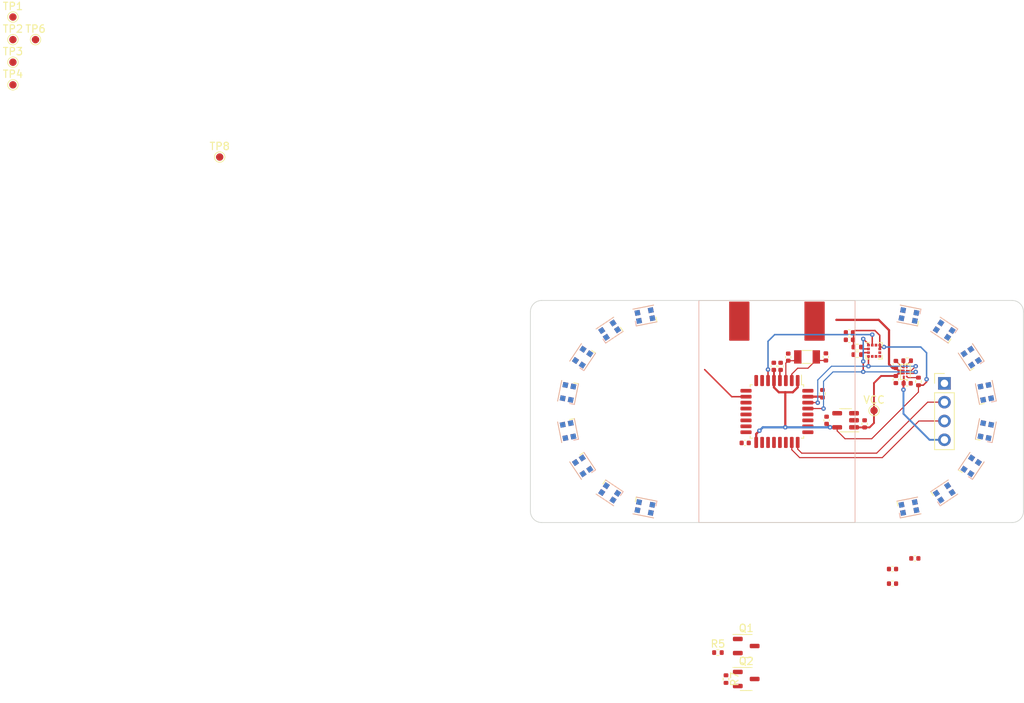
<source format=kicad_pcb>
(kicad_pcb (version 20221018) (generator pcbnew)
  (layers (0 "F.Cu" signal) (31 "B.Cu" signal) (34 "B.Paste" user) (35 "F.Paste" user) (36 "B.SilkS" user "B.Silkscreen") (37 "F.SilkS" user "F.Silkscreen") (38 "B.Mask" user) (39 "F.Mask" user) (44 "Edge.Cuts" user))
  (net 0 "")
  (net 1 "VCC")
  (net 2 "VBUS")
  (net 3 "SWDIO")
  (net 4 "SWCLK")
  (net 5 "GND")
  (net 6 "+3V0")
  (net 7 "IMU_INT2")
  (net 8 "IMU_INT1")
  (net 9 "SCL")
  (net 10 "SDA")
  (net 11 "Net-(U1-~{CS})")
  (net 12 "~{BMS_INT}")
  (net 13 "TS|MR")
  (net 14 "Net-(U1-SA0{slash}SDO)")
  (net 16 "LEDP0werCtrl")
  (net 17 "Net-(U4-PH3)")
  (net 18 "BH1730PowerCtrl")
  (net 19 "Net-(D1-VCC)")
  (net 23 "Net-(Q1-D)")
  (net 25 "Net-(U4-PC14)")
  (net 26 "Net-(U4-PC15)")
  (net 30 "Net-(U4-NRST)")
  (net 31 "LED IN")
  (net 34 "LEDPowerCtrl")
  (net 35 "TX")
  (net 40 "RX")
  (net 41 "+BATT")
  (footprint "Resistor_SMD:R_0402_1005Metric" (layer "F.Cu") (at 203.248999 84.331)
    (fp_text reference "R3" hide)
    (fp_text value "10k")
  )
  (footprint "Package_LGA:LGA-12_2x2mm_P0.5mm" (layer "F.Cu") (at 198.79 82.99)
    (fp_text reference "U1" hide)
    (fp_text value "LIS2DW12")
  )
  (footprint "Components:Texas_DSBGA-8-1.04x1.59mm" (layer "F.Cu") (at 202.995 85.855 180)
    (fp_text reference "U3" hide)
    (fp_text value "BQ21080" hide)
  )
  (footprint "Resistor_SMD:R_0402_1005Metric" (layer "F.Cu") (at 177.71 123.72)
    (fp_text reference "R5")
    (fp_text value "100k")
  )
  (footprint "LED_SMD:LED_WS2812B-2020_PLCC4_2.0x2.0mm" (layer "F.Cu") (at 208.25176 102.168051 33.75)
    (fp_text reference "REF**7" hide)
    (fp_text value "LED_WS2812B-2020_PLCC4_2.0x2.0mm" hide)
  )
  (footprint "Capacitor_SMD:C_0402_1005Metric" (layer "F.Cu") (at 186.17 85.09 -90)
    (fp_text reference "C10" hide)
    (fp_text value "100n")
  )
  (footprint "Capacitor_SMD:C_0402_1005Metric" (layer "F.Cu") (at 201.725 86.871 -90)
    (fp_text reference "C7" hide)
    (fp_text value "10u")
  )
  (footprint "Connector_PinHeader_2.54mm:PinHeader_1x04_P2.54mm_Vertical" (layer "F.Cu") (at 208.28 87.386)
    (fp_text reference "J1" hide)
    (fp_text value "Conn_01x04_Pin" hide)
  )
  (footprint "LED_SMD:LED_WS2812B-2020_PLCC4_2.0x2.0mm" (layer "F.Cu") (at 208.25176 80.203949 146.25)
    (fp_text reference "REF**12" hide)
    (fp_text value "LED_WS2812B-2020_PLCC4_2.0x2.0mm" hide)
  )
  (footprint "TestPoint:TestPoint_Pad_D1.0mm" (layer "F.Cu") (at 82.5604 37.9472)
    (fp_text reference "TP1")
    (fp_text value "SDA")
  )
  (footprint "Capacitor_SMD:C_0402_1005Metric" (layer "F.Cu") (at 204.2832 111.0126)
    (fp_text reference "C13" hide)
    (fp_text value "100n")
  )
  (footprint "Capacitor_SMD:C_0402_1005Metric" (layer "F.Cu") (at 197.5054 92.8526 90)
    (fp_text reference "C2" hide)
    (fp_text value "1u")
  )
  (footprint "LED_SMD:LED_WS2812B-2020_PLCC4_2.0x2.0mm" (layer "F.Cu") (at 211.895839 98.523972 56.25)
    (fp_text reference "REF**8" hide)
    (fp_text value "LED_WS2812B-2020_PLCC4_2.0x2.0mm" hide)
  )
  (footprint "LED_SMD:LED_WS2812B-2020_PLCC4_2.0x2.0mm" (layer "F.Cu") (at 203.490542 104.140211 11.25)
    (fp_text reference "REF**6" hide)
    (fp_text value "LED_WS2812B-2020_PLCC4_2.0x2.0mm" hide)
  )
  (footprint "Resistor_SMD:R_0402_1005Metric" (layer "F.Cu") (at 178.8 127.3 -90)
    (fp_text reference "R7")
    (fp_text value "100k")
  )
  (footprint "Resistor_SMD:R_0402_1005Metric" (layer "F.Cu") (at 204.773 87.125 -90)
    (fp_text reference "R4" hide)
    (fp_text value "10k")
  )
  (footprint "Capacitor_SMD:C_0402_1005Metric" (layer "F.Cu") (at 195.45 81.51 180)
    (fp_text reference "C4" hide)
    (fp_text value "100n")
  )
  (footprint "Capacitor_SMD:C_0402_1005Metric" (layer "F.Cu") (at 201.2722 112.4458)
    (fp_text reference "C14" hide)
    (fp_text value "100n")
  )
  (footprint "Package_TO_SOT_SMD:SOT-23-5" (layer "F.Cu") (at 194.94 92.37 180)
    (fp_text reference "U2" hide)
    (fp_text value "AP2205-3.0")
  )
  (footprint "LED_SMD:LED_WS2812B-2020_PLCC4_2.0x2.0mm" (layer "F.Cu") (at 167.857458 104.140212 -11.25)
    (fp_text reference "REF**5" hide)
    (fp_text value "LED_WS2812B-2020_PLCC4_2.0x2.0mm" hide)
  )
  (footprint "Crystal:Crystal_SMD_3215-2Pin_3.2x1.5mm" (layer "F.Cu") (at 189.738 83.82 180)
    (fp_text reference "Y1" hide)
    (fp_text value "32.768k")
  )
  (footprint "LED_SMD:LED_WS2812B-2020_PLCC4_2.0x2.0mm" (layer "F.Cu") (at 157.479999 88.609247 -101.25)
    (fp_text reference "REF**1" hide)
    (fp_text value "LED_WS2812B-2020_PLCC4_2.0x2.0mm" hide)
  )
  (footprint "Package_TO_SOT_SMD:SOT-23-3" (layer "F.Cu") (at 181.528 122.838)
    (fp_text reference "Q1")
    (fp_text value "PMOS")
  )
  (footprint "Resistor_SMD:R_0402_1005Metric" (layer "F.Cu") (at 196.5176 83.5048)
    (fp_text reference "R2" hide)
    (fp_text value "0")
  )
  (footprint "Capacitor_SMD:C_0402_1005Metric" (layer "F.Cu") (at 201.2722 114.4158)
    (fp_text reference "C15" hide)
    (fp_text value "100n")
  )
  (footprint "Package_QFP:LQFP-32_7x7mm_P0.8mm" (layer "F.Cu") (at 185.674 91.186 -90)
    (fp_text reference "U4" hide)
    (fp_text value "STM32L412KBTx")
  )
  (footprint "LED_SMD:LED_WS2812B-2020_PLCC4_2.0x2.0mm" (layer "F.Cu") (at 159.45216 98.523972 -56.25)
    (fp_text reference "REF**3" hide)
    (fp_text value "LED_WS2812B-2020_PLCC4_2.0x2.0mm" hide)
  )
  (footprint "Capacitor_SMD:C_0402_1005Metric" (layer "F.Cu") (at 181.39 95.43 180)
    (fp_text reference "C8" hide)
    (fp_text value "100n")
  )
  (footprint "LED_SMD:LED_WS2812B-2020_PLCC4_2.0x2.0mm" (layer "F.Cu") (at 211.895839 83.848028 123.75)
    (fp_text reference "REF**11" hide)
    (fp_text value "LED_WS2812B-2020_PLCC4_2.0x2.0mm" hide)
  )
  (footprint "Capacitor_SMD:C_0402_1005Metric" (layer "F.Cu") (at 195.453 80.518 180)
    (fp_text reference "C3" hide)
    (fp_text value "10u")
  )
  (footprint "Capacitor_SMD:C_0402_1005Metric" (layer "F.Cu") (at 192.278 83.82 -90)
    (fp_text reference "C11" hide)
    (fp_text value "4p3")
  )
  (footprint "Capacitor_SMD:C_0402_1005Metric" (layer "F.Cu") (at 187.198 83.85 -90)
    (fp_text reference "C12" hide)
    (fp_text value "4p3")
  )
  (footprint "Capacitor_SMD:C_0402_1005Metric" (layer "F.Cu") (at 203.248999 87.379)
    (fp_text reference "C6" hide)
    (fp_text value "1u")
  )
  (footprint "LED_SMD:LED_WS2812B-2020_PLCC4_2.0x2.0mm" (layer "F.Cu") (at 159.45216 83.848028 -123.75)
    (fp_text reference "REF**" hide)
    (fp_text value "LED_WS2812B-2020_PLCC4_2.0x2.0mm" hide)
  )
  (footprint "Capacitor_SMD:C_0402_1005Metric" (layer "F.Cu") (at 192.3746 92.37 90)
    (fp_text reference "C1" hide)
    (fp_text value "2u2")
  )
  (footprint "Resistor_SMD:R_0402_1005Metric" (layer "F.Cu") (at 196.5176 82.4888)
    (fp_text reference "R1" hide)
    (fp_text value "10k")
  )
  (footprint "TestPoint:TestPoint_Pad_D1.0mm" (layer "F.Cu") (at 82.5604 40.9972)
    (fp_text reference "TP2")
    (fp_text value "SCL")
  )
  (footprint "LED_SMD:LED_WS2812B-2020_PLCC4_2.0x2.0mm" (layer "F.Cu") (at 163.096239 80.203949 -146.25)
    (fp_text reference "REF**15" hide)
    (fp_text value "LED_WS2812B-2020_PLCC4_2.0x2.0mm" hide)
  )
  (footprint "Capacitor_SMD:C_0402_1005Metric" (layer "F.Cu") (at 201.725 84.839 90)
    (fp_text reference "C5" hide)
    (fp_text value "1u")
  )
  (footprint "LED_SMD:LED_WS2812B-2020_PLCC4_2.0x2.0mm" (layer "F.Cu") (at 213.868 93.762753 78.75)
    (fp_text reference "REF**9" hide)
    (fp_text value "LED_WS2812B-2020_PLCC4_2.0x2.0mm" hide)
  )
  (footprint "LED_SMD:LED_WS2812B-2020_PLCC4_2.0x2.0mm" (layer "F.Cu") (at 213.867999 88.609246 101.25)
    (fp_text reference "REF**10" hide)
    (fp_text value "LED_WS2812B-2020_PLCC4_2.0x2.0mm" hide)
  )
  (footprint "LED_SMD:LED_WS2812B-2020_PLCC4_2.0x2.0mm" (layer "F.Cu") (at 163.096239 102.168051 -33.75)
    (fp_text reference "REF**4" hide)
    (fp_text value "LED_WS2812B-2020_PLCC4_2.0x2.0mm" hide)
  )
  (footprint "TestPoint:TestPoint_Pad_D1.0mm" (layer "F.Cu") (at 198.7804 91.059)
    (fp_text reference "VCC")
    (fp_text value "VCC")
  )
  (footprint "TestPoint:TestPoint_Pad_D1.0mm" (layer "F.Cu") (at 82.5604 47.0972)
    (fp_text reference "TP4")
    (fp_text value "INT2")
  )
  (footprint "LED_SMD:LED_WS2812B-2020_PLCC4_2.0x2.0mm" (layer "F.Cu") (at 167.857457 78.231789 -168.75)
    (fp_text reference "REF**14" hide)
    (fp_text value "LED_WS2812B-2020_PLCC4_2.0x2.0mm" hide)
  )
  (footprint "Resistor_SMD:R_0402_1005Metric" (layer "F.Cu") (at 191.82 88.79 -90)
    (fp_text reference "R6" hide)
    (fp_text value "10k")
  )
  (footprint "LED_SMD:LED_WS2812B-2020_PLCC4_2.0x2.0mm" (layer "F.Cu") (at 157.48 93.762754 -78.75)
    (fp_text reference "REF**2" hide)
    (fp_text value "LED_WS2812B-2020_PLCC4_2.0x2.0mm" hide)
  )
  (footprint "LED_SMD:LED_WS2812B-2020_PLCC4_2.0x2.0mm" (layer "F.Cu") (at 203.490541 78.231788 168.75)
    (fp_text reference "REF**13" hide)
    (fp_text value "LED_WS2812B-2020_PLCC4_2.0x2.0mm" hide)
  )
  (footprint "TestPoint:TestPoint_Pad_D1.0mm" (layer "F.Cu") (at 110.4646 56.8452)
    (fp_text reference "TP8")
    (fp_text value "GND")
  )
  (footprint "TestPoint:TestPoint_Pad_D1.0mm" (layer "F.Cu") (at 85.6104 40.9972)
    (fp_text reference "TP6")
    (fp_text value "3v")
  )
  (footprint "Package_TO_SOT_SMD:SOT-23-3" (layer "F.Cu") (at 181.528 127.288)
    (fp_text reference "Q2")
    (fp_text value "PMOS")
  )
  (footprint "TestPoint:TestPoint_Pad_D1.0mm" (layer "F.Cu") (at 82.5604 44.0472)
    (fp_text reference "TP3")
    (fp_text value "INT1")
  )
  (footprint "Capacitor_SMD:C_0402_1005Metric" (layer "F.Cu") (at 185.25 85.09 90)
    (fp_text reference "C9" hide)
    (fp_text value "100n")
  )
  (footprint "LED_SMD:LED_WS2812B-2020_PLCC4_2.0x2.0mm" (layer "B.Cu") (at 213.868 93.762753 78.75)
    (fp_text reference "REF**12" hide)
    (fp_text value "LED_WS2812B-2020_PLCC4_2.0x2.0mm" hide)
  )
  (footprint "LED_SMD:LED_WS2812B-2020_PLCC4_2.0x2.0mm" (layer "B.Cu") (at 159.452161 83.849711 56.25)
    (fp_text reference "REF**5" hide)
    (fp_text value "LED_WS2812B-2020_PLCC4_2.0x2.0mm" hide)
  )
  (footprint "LED_SMD:LED_WS2812B-2020_PLCC4_2.0x2.0mm" (layer "B.Cu") (at 167.857459 78.233471 11.25)
    (fp_text reference "REF**7" hide)
    (fp_text value "LED_WS2812B-2020_PLCC4_2.0x2.0mm" hide)
  )
  (footprint "LED_SMD:LED_WS2812B-2020_PLCC4_2.0x2.0mm" (layer "B.Cu") (at 211.895839 98.523972 56.25)
    (fp_text reference "REF**13" hide)
    (fp_text value "LED_WS2812B-2020_PLCC4_2.0x2.0mm" hide)
  )
  (footprint "LED_SMD:LED_WS2812B-2020_PLCC4_2.0x2.0mm" (layer "B.Cu") (at 208.251759 102.16805 33.75)
    (fp_text reference "REF**14" hide)
    (fp_text value "LED_WS2812B-2020_PLCC4_2.0x2.0mm" hide)
  )
  (footprint "LED_SMD:LED_WS2812B-2020_PLCC4_2.0x2.0mm" (layer "B.Cu") (at 163.096241 80.205633 33.75)
    (fp_text reference "REF**6" hide)
    (fp_text value "LED_WS2812B-2020_PLCC4_2.0x2.0mm" hide)
  )
  (footprint "LED_SMD:LED_WS2812B-2020_PLCC4_2.0x2.0mm" (layer "B.Cu") (at 203.490541 104.140212 11.25)
    (fp_text reference "REF**15" hide)
    (fp_text value "LED_WS2812B-2020_PLCC4_2.0x2.0mm" hide)
  )
  (footprint "LED_SMD:LED_WS2812B-2020_PLCC4_2.0x2.0mm" (layer "B.Cu") (at 157.48 88.61093 78.75)
    (fp_text reference "REF**4" hide)
    (fp_text value "LED_WS2812B-2020_PLCC4_2.0x2.0mm" hide)
  )
  (footprint "LED_SMD:LED_WS2812B-2020_PLCC4_2.0x2.0mm" (layer "B.Cu") (at 203.490541 78.231788 168.75)
    (fp_text reference "REF**8" hide)
    (fp_text value "LED_WS2812B-2020_PLCC4_2.0x2.0mm" hide)
  )
  (footprint "LED_SMD:LED_WS2812B-2020_PLCC4_2.0x2.0mm" (layer "B.Cu") (at 167.857459 104.141895 168.75)
    (fp_text reference "REF**" hide)
    (fp_text value "LED_WS2812B-2020_PLCC4_2.0x2.0mm" hide)
  )
  (footprint "LED_SMD:LED_WS2812B-2020_PLCC4_2.0x2.0mm" (layer "B.Cu") (at 208.25176 80.203949 146.25)
    (fp_text reference "REF**9" hide)
    (fp_text value "LED_WS2812B-2020_PLCC4_2.0x2.0mm" hide)
  )
  (footprint "LED_SMD:LED_WS2812B-2020_PLCC4_2.0x2.0mm" (layer "B.Cu") (at 159.452162 98.525654 123.75)
    (fp_text reference "REF**2" hide)
    (fp_text value "LED_WS2812B-2020_PLCC4_2.0x2.0mm" hide)
  )
  (footprint "LED_SMD:LED_WS2812B-2020_PLCC4_2.0x2.0mm" (layer "B.Cu") (at 157.48 93.764436 101.25)
    (fp_text reference "REF**3" hide)
    (fp_text value "LED_WS2812B-2020_PLCC4_2.0x2.0mm" hide)
  )
  (footprint "LED_SMD:LED_WS2812B-2020_PLCC4_2.0x2.0mm" (layer "B.Cu") (at 163.09624 102.169734 146.25)
    (fp_text reference "REF**1" hide)
    (fp_text value "LED_WS2812B-2020_PLCC4_2.0x2.0mm" hide)
  )
  (footprint "LED_SMD:LED_WS2812B-2020_PLCC4_2.0x2.0mm" (layer "B.Cu") (at 211.895838 83.848029 123.75)
    (fp_text reference "REF**10" hide)
    (fp_text value "LED_WS2812B-2020_PLCC4_2.0x2.0mm" hide)
  )
  (footprint "LED_SMD:LED_WS2812B-2020_PLCC4_2.0x2.0mm" (layer "B.Cu") (at 213.868 88.609247 101.25)
    (fp_text reference "REF**11" hide)
    (fp_text value "LED_WS2812B-2020_PLCC4_2.0x2.0mm" hide)
  )
  (gr_rect (start 179.324 76.454) (end 181.864 81.534) (stroke (width 0.2)) (fill solid) (layer "F.Cu"))
  (gr_rect (start 189.484 76.454) (end 192.024 81.534) (stroke (width 0.2)) (fill solid) (layer "F.Cu"))
  (gr_rect (start 175.133 76.2) (end 196.215 106.172) (stroke (width 0.1)) (fill none) (layer "B.SilkS"))
  (gr_line (start 217.424 76.2) (end 153.924 76.2) (stroke (width 0.1)) (layer "Edge.Cuts"))
  (gr_arc (start 218.948 104.648) (mid 218.501631 105.725631) (end 217.424 106.172) (stroke (width 0.1)) (layer "Edge.Cuts"))
  (gr_line (start 218.948 77.724) (end 218.948 104.648) (stroke (width 0.1)) (layer "Edge.Cuts"))
  (gr_arc (start 153.924 106.172) (mid 152.846369 105.725631) (end 152.4 104.648) (stroke (width 0.1)) (layer "Edge.Cuts"))
  (gr_line (start 152.4 77.724) (end 152.4 104.648) (stroke (width 0.1)) (layer "Edge.Cuts"))
  (gr_arc (start 152.4 77.724) (mid 152.846369 76.646369) (end 153.924 76.2) (stroke (width 0.1)) (layer "Edge.Cuts"))
  (gr_arc (start 217.424 76.2) (mid 218.501631 76.646369) (end 218.948 77.724) (stroke (width 0.1)) (layer "Edge.Cuts"))
  (gr_line (start 217.424 106.172) (end 153.924 106.172) (stroke (width 0.1)) (layer "Edge.Cuts"))
  (segment (start 202.061 86.055) (end 201.725 86.391) (width 0.25) (layer "F.Cu") (net 1))
  (segment (start 198.1774 93.3326) (end 198.77 92.74) (width 0.25) (layer "F.Cu") (net 1))
  (segment (start 202.795 86.055) (end 202.061 86.055) (width 0.25) (layer "F.Cu") (net 1))
  (segment (start 196.0901 93.3326) (end 196.0775 93.32) (width 0.25) (layer "F.Cu") (net 1))
  (segment (start 198.77 92.74) (end 198.77 87.35) (width 0.25) (layer "F.Cu") (net 1))
  (segment (start 197.5054 93.3326) (end 198.1774 93.3326) (width 0.25) (layer "F.Cu") (net 1))
  (segment (start 197.5054 93.3326) (end 196.0901 93.3326) (width 0.25) (layer "F.Cu") (net 1))
  (segment (start 199.729 86.391) (end 201.725 86.391) (width 0.25) (layer "F.Cu") (net 1))
  (segment (start 198.77 87.35) (end 199.729 86.391) (width 0.25) (layer "F.Cu") (net 1))
  (segment (start 208.28 95.006) (end 208.063999 95.222001) (width 0.25) (layer "F.Cu") (net 2))
  (segment (start 202.75 87.397999) (end 202.768999 87.379) (width 0.25) (layer "F.Cu") (net 2))
  (segment (start 202.741 87.406999) (end 202.768999 87.379) (width 0.25) (layer "F.Cu") (net 2))
  (segment (start 202.75 88.25) (end 202.75 87.397999) (width 0.25) (layer "F.Cu") (net 2))
  (segment (start 202.795 87.352999) (end 202.768999 87.379) (width 0.15) (layer "F.Cu") (net 2))
  (segment (start 202.795 86.455) (end 202.795 87.352999) (width 0.25) (layer "F.Cu") (net 2))
  (via (at 202.75 88.25) (size 0.6) (drill 0.25) (layers "F.Cu" "B.Cu") (net 2))
  (segment (start 202.75 91.49) (end 202.75 88.25) (width 0.25) (layer "B.Cu") (net 2))
  (segment (start 203.58 92.32) (end 202.75 91.49) (width 0.25) (layer "B.Cu") (net 2))
  (segment (start 208.28 95.006) (end 206.266 95.006) (width 0.25) (layer "B.Cu") (net 2))
  (segment (start 206.266 95.006) (end 203.58 92.32) (width 0.25) (layer "B.Cu") (net 2))
  (segment (start 204.834 92.466) (end 208.28 92.466) (width 0.15) (layer "F.Cu") (net 3))
  (segment (start 187.674 95.361) (end 187.674 96.344) (width 0.15) (layer "F.Cu") (net 3))
  (segment (start 188.74 97.41) (end 199.89 97.41) (width 0.15) (layer "F.Cu") (net 3))
  (segment (start 187.674 96.344) (end 188.74 97.41) (width 0.15) (layer "F.Cu") (net 3))
  (segment (start 199.89 97.41) (end 204.834 92.466) (width 0.15) (layer "F.Cu") (net 3))
  (segment (start 208.036 92.466) (end 208.28 92.466) (width 0.15) (layer "B.Cu") (net 3))
  (segment (start 189.02 96.81) (end 188.474 96.264) (width 0.15) (layer "F.Cu") (net 4))
  (segment (start 199.13 96.81) (end 189.02 96.81) (width 0.15) (layer "F.Cu") (net 4))
  (segment (start 188.474 96.264) (end 188.474 95.361) (width 0.15) (layer "F.Cu") (net 4))
  (segment (start 208.28 89.926) (end 206.014 89.926) (width 0.15) (layer "F.Cu") (net 4))
  (segment (start 206.014 89.926) (end 199.13 96.81) (width 0.15) (layer "F.Cu") (net 4))
  (segment (start 202.795 84.387001) (end 202.738999 84.331) (width 0.15) (layer "F.Cu") (net 5))
  (segment (start 202.795 85.255) (end 202.621 85.255) (width 0.15) (layer "F.Cu") (net 5))
  (segment (start 201.753 84.359) (end 201.725 84.359) (width 0.15) (layer "F.Cu") (net 5))
  (segment (start 189.855 88.392) (end 189.849 88.386) (width 0.15) (layer "F.Cu") (net 5))
  (segment (start 202.621 85.255) (end 201.725 84.359) (width 0.15) (layer "F.Cu") (net 5))
  (segment (start 202.795 85.255) (end 202.795 84.387001) (width 0.15) (layer "F.Cu") (net 5))
  (segment (start 205.87 87.19) (end 205.425 87.635) (width 0.2) (layer "F.Cu") (net 6))
  (segment (start 198.47 94.86) (end 194.86 94.86) (width 0.15) (layer "F.Cu") (net 6))
  (segment (start 199.5525 82.24) (end 199.5525 80.9125) (width 0.2) (layer "F.Cu") (net 6))
  (segment (start 185.274 85.594) (end 185.25 85.57) (width 0.15) (layer "F.Cu") (net 6))
  (segment (start 185.28 87.017) (end 185.274 87.011) (width 0.15) (layer "F.Cu") (net 6))
  (segment (start 196.0076 80.4434) (end 196.0076 82.4888) (width 0.2) (layer "F.Cu") (net 6))
  (segment (start 185.274 87.934) (end 185.93 88.59) (width 0.3) (layer "F.Cu") (net 6))
  (segment (start 185.93 88.59) (end 186.8 88.59) (width 0.3) (layer "F.Cu") (net 6))
  (segment (start 196.191 80.26) (end 196.0076 80.4434) (width 0.2) (layer "F.Cu") (net 6))
  (segment (start 186.8 88.59) (end 187.81 88.59) (width 0.3) (layer "F.Cu") (net 6))
  (segment (start 192.8446 93.32) (end 192.3746 92.85) (width 0.3) (layer "F.Cu") (net 6))
  (segment (start 199.5525 82.48) (end 199.5525 82.74) (width 0.2) (layer "F.Cu") (net 6))
  (segment (start 182.874 94.216) (end 182.874 95.361) (width 0.3) (layer "F.Cu") (net 6))
  (segment (start 188.474 87.926) (end 188.474 87.011) (width 0.3) (layer "F.Cu") (net 6))
  (segment (start 193.8025 93.32) (end 192.8446 93.32) (width 0.3) (layer "F.Cu") (net 6))
  (segment (start 204.773 87.635) (end 204.773 88.557) (width 0.15) (layer "F.Cu") (net 6))
  (segment (start 199.5525 82.24) (end 199.5525 82.48) (width 0.2) (layer "F.Cu") (net 6))
  (segment (start 205.425 87.635) (end 204.773 87.635) (width 0.2) (layer "F.Cu") (net 6))
  (segment (start 193.8025 93.8025) (end 193.8025 93.32) (width 0.15) (layer "F.Cu") (net 6))
  (segment (start 204.773 88.557) (end 198.47 94.86) (width 0.15) (layer "F.Cu") (net 6))
  (segment (start 185.274 87.011) (end 185.274 87.934) (width 0.3) (layer "F.Cu") (net 6))
  (segment (start 187.81 88.59) (end 188.474 87.926) (width 0.3) (layer "F.Cu") (net 6))
  (segment (start 199.5525 80.9125) (end 198.9 80.26) (width 0.2) (layer "F.Cu") (net 6))
  (segment (start 183.31 93.78) (end 182.874 94.216) (width 0.3) (layer "F.Cu") (net 6))
  (segment (start 194.86 94.86) (end 193.8025 93.8025) (width 0.15) (layer "F.Cu") (net 6))
  (segment (start 199.5525 82.48) (end 200.12 82.48) (width 0.2) (layer "F.Cu") (net 6))
  (segment (start 198.9 80.26) (end 196.191 80.26) (width 0.2) (layer "F.Cu") (net 6))
  (segment (start 185.274 87.011) (end 185.274 85.594) (width 0.25) (layer "F.Cu") (net 6))
  (segment (start 186.8 88.59) (end 186.8 93.32) (width 0.3) (layer "F.Cu") (net 6))
  (segment (start 205.87 86.84) (end 205.87 87.19) (width 0.2) (layer "F.Cu") (net 6))
  (via (at 200.12 82.48) (size 0.6) (drill 0.25) (layers "F.Cu" "B.Cu") (net 6))
  (via (at 186.8 93.32) (size 0.6) (drill 0.25) (layers "F.Cu" "B.Cu") (net 6))
  (via (at 192.8446 93.32) (size 0.6) (drill 0.25) (layers "F.Cu" "B.Cu") (net 6))
  (via (at 183.31 93.78) (size 0.6) (drill 0.25) (layers "F.Cu" "B.Cu") (net 6))
  (via (at 205.87 86.84) (size 0.6) (drill 0.25) (layers "F.Cu" "B.Cu") (net 6))
  (segment (start 205.75 83.15) (end 205.87 83.27) (width 0.2) (layer "B.Cu") (net 6))
  (segment (start 205.08 82.48) (end 205.75 83.15) (width 0.2) (layer "B.Cu") (net 6))
  (segment (start 183.77 93.32) (end 183.31 93.78) (width 0.3) (layer "B.Cu") (net 6))
  (segment (start 192.8446 93.32) (end 183.77 93.32) (width 0.3) (layer "B.Cu") (net 6))
  (segment (start 200.12 82.48) (end 205.08 82.48) (width 0.2) (layer "B.Cu") (net 6))
  (segment (start 205.87 83.27) (end 205.87 86.84) (width 0.2) (layer "B.Cu") (net 6))
  (segment (start 184.47 85.52) (end 184.47 87.007) (width 0.2) (layer "F.Cu") (net 8))
  (segment (start 184.47 87.007) (end 184.474 87.011) (width 0.2) (layer "F.Cu") (net 8))
  (segment (start 198.54 82.2275) (end 198.54 80.81) (width 0.2) (layer "F.Cu") (net 8))
  (via (at 198.54 80.81) (size 0.6) (drill 0.25) (layers "F.Cu" "B.Cu") (net 8))
  (via (at 184.47 85.52) (size 0.6) (drill 0.25) (layers "F.Cu" "B.Cu") (net 8))
  (segment (start 198.54 80.81) (end 185.37 80.81) (width 0.2) (layer "B.Cu") (net 8))
  (segment (start 184.47 81.71) (end 184.47 85.52) (width 0.2) (layer "B.Cu") (net 8))
  (segment (start 184.9 81.28) (end 184.47 81.71) (width 0.2) (layer "B.Cu") (net 8))
  (segment (start 185.37 80.81) (end 184.9 81.28) (width 0.2) (layer "B.Cu") (net 8))
  (segment (start 191.956 90.786) (end 189.849 90.786) (width 0.15) (layer "F.Cu") (net 9))
  (segment (start 198.0275 82.0975) (end 197.32 81.39) (width 0.2) (layer "F.Cu") (net 9))
  (segment (start 191.96 90.79) (end 191.956 90.786) (width 0.15) (layer "F.Cu") (net 9))
  (segment (start 198.0275 82.24) (end 198.0275 82.0975) (width 0.2) (layer "F.Cu") (net 9))
  (segment (start 203.195 86.055) (end 204.185 86.055) (width 0.15) (layer "F.Cu") (net 9))
  (segment (start 197.32 84.43) (end 197.32 85.83) (width 0.2) (layer "F.Cu") (net 9))
  (segment (start 204.185 86.055) (end 204.4 85.84) (width 0.15) (layer "F.Cu") (net 9))
  (via (at 197.32 85.83) (size 0.6) (drill 0.25) (layers "F.Cu" "B.Cu") (net 9))
  (via (at 191.96 90.79) (size 0.6) (drill 0.25) (layers "F.Cu" "B.Cu") (net 9))
  (via (at 197.32 84.43) (size 0.6) (drill 0.25) (layers "F.Cu" "B.Cu") (net 9))
  (via (at 204.4 85.84) (size 0.6) (drill 0.25) (layers "F.Cu" "B.Cu") (net 9))
  (via (at 197.32 81.39) (size 0.6) (drill 0.25) (layers "F.Cu" "B.Cu") (net 9))
  (segment (start 197.32 81.39) (end 197.32 84.43) (width 0.2) (layer "B.Cu") (net 9))
  (segment (start 193.24 85.84) (end 192.7 86.38) (width 0.15) (layer "B.Cu") (net 9))
  (segment (start 192.7 86.38) (end 191.96 87.12) (width 0.15) (layer "B.Cu") (net 9))
  (segment (start 191.96 87.12) (end 191.96 90.79) (width 0.15) (layer "B.Cu") (net 9))
  (segment (start 204.4 85.84) (end 193.24 85.84) (width 0.15) (layer "B.Cu") (net 9))
  (segment (start 203.825 85.655) (end 204.4 85.08) (width 0.15) (layer "F.Cu") (net 10))
  (segment (start 191.18 90) (end 191.166 89.986) (width 0.15) (layer "F.Cu") (net 10))
  (segment (start 198.0275 85.0775) (end 198.0275 83.74) (width 0.2) (layer "F.Cu") (net 10))
  (segment (start 203.195 85.655) (end 203.825 85.655) (width 0.15) (layer "F.Cu") (net 10))
  (segment (start 191.166 89.986) (end 189.849 89.986) (width 0.15) (layer "F.Cu") (net 10))
  (segment (start 198.03 85.08) (end 198.0275 85.0775) (width 0.2) (layer "F.Cu") (net 10))
  (via (at 191.18 90) (size 0.6) (drill 0.25) (layers "F.Cu" "B.Cu") (net 10))
  (via (at 198.03 85.08) (size 0.6) (drill 0.25) (layers "F.Cu" "B.Cu") (net 10))
  (via (at 204.4 85.08) (size 0.6) (drill 0.25) (layers "F.Cu" "B.Cu") (net 10))
  (segment (start 193.03 85.08) (end 204.4 85.08) (width 0.15) (layer "B.Cu") (net 10))
  (segment (start 191.18 86.93) (end 193.03 85.08) (width 0.15) (layer "B.Cu") (net 10))
  (segment (start 191.18 90) (end 191.18 86.93) (width 0.15) (layer "B.Cu") (net 10))
  (segment (start 197.2788 82.74) (end 197.0276 82.4888) (width 0.2) (layer "F.Cu") (net 11))
  (segment (start 198.0275 82.74) (end 197.2788 82.74) (width 0.2) (layer "F.Cu") (net 11))
  (segment (start 203.355 86.615) (end 204.773 86.615) (width 0.15) (layer "F.Cu") (net 12))
  (segment (start 203.195 86.455) (end 203.355 86.615) (width 0.15) (layer "F.Cu") (net 12))
  (segment (start 203.195 84.894999) (end 203.758999 84.331) (width 0.15) (layer "F.Cu") (net 13))
  (segment (start 203.195 85.255) (end 203.195 84.894999) (width 0.15) (layer "F.Cu") (net 13))
  (segment (start 198.0275 83.24) (end 197.2924 83.24) (width 0.2) (layer "F.Cu") (net 14))
  (segment (start 197.2924 83.24) (end 197.0276 83.5048) (width 0.2) (layer "F.Cu") (net 14))
  (segment (start 191.706 89.186) (end 191.82 89.3) (width 0.3) (layer "F.Cu") (net 17))
  (segment (start 189.849 89.186) (end 191.706 89.186) (width 0.3) (layer "F.Cu") (net 17))
  (segment (start 187.674 87.011) (end 187.674 86.138) (width 0.15) (layer "F.Cu") (net 25))
  (segment (start 192.278 84.3) (end 191.468 84.3) (width 0.15) (layer "F.Cu") (net 25))
  (segment (start 188.468 85.344) (end 189.865 85.344) (width 0.15) (layer "F.Cu") (net 25))
  (segment (start 189.865 85.344) (end 190.988 84.221) (width 0.15) (layer "F.Cu") (net 25))
  (segment (start 190.988 84.221) (end 190.988 83.82) (width 0.15) (layer "F.Cu") (net 25))
  (segment (start 187.674 86.138) (end 188.468 85.344) (width 0.15) (layer "F.Cu") (net 25))
  (segment (start 191.468 84.3) (end 190.988 83.82) (width 0.15) (layer "F.Cu") (net 25))
  (segment (start 187.198 84.33) (end 187.978 84.33) (width 0.15) (layer "F.Cu") (net 26))
  (segment (start 186.874 84.654) (end 187.198 84.33) (width 0.15) (layer "F.Cu") (net 26))
  (segment (start 186.874 87.011) (end 186.874 84.654) (width 0.15) (layer "F.Cu") (net 26))
  (segment (start 187.978 84.33) (end 188.488 83.82) (width 0.15) (layer "F.Cu") (net 26))
  (segment (start 186.074 87.011) (end 186.074 85.626) (width 0.2) (layer "F.Cu") (net 30))
  (segment (start 186.074 85.626) (end 186.13 85.57) (width 0.2) (layer "F.Cu") (net 30))
  (segment (start 179.576 89.186) (end 175.92 85.53) (width 0.2) (layer "F.Cu") (net 31))
  (segment (start 181.499 89.186) (end 179.576 89.186) (width 0.2) (layer "F.Cu") (net 31))
  (segment (start 193.71 78.82) (end 193.7 78.83) (width 0.3) (layer "F.Cu") (net 41))
  (segment (start 199.41 78.82) (end 193.71 78.82) (width 0.3) (layer "F.Cu") (net 41))
  (segment (start 202.795 85.655) (end 202.061 85.655) (width 0.25) (layer "F.Cu") (net 41))
  (segment (start 201.299 85.319) (end 200.8 84.82) (width 0.3) (layer "F.Cu") (net 41))
  (segment (start 202.061 85.655) (end 201.725 85.319) (width 0.25) (layer "F.Cu") (net 41))
  (segment (start 200.8 84.82) (end 200.8 80.21) (width 0.3) (layer "F.Cu") (net 41))
  (segment (start 200.8 80.21) (end 199.41 78.82) (width 0.3) (layer "F.Cu") (net 41))
  (segment (start 201.725 85.319) (end 201.299 85.319) (width 0.3) (layer "F.Cu") (net 41))
)
</source>
